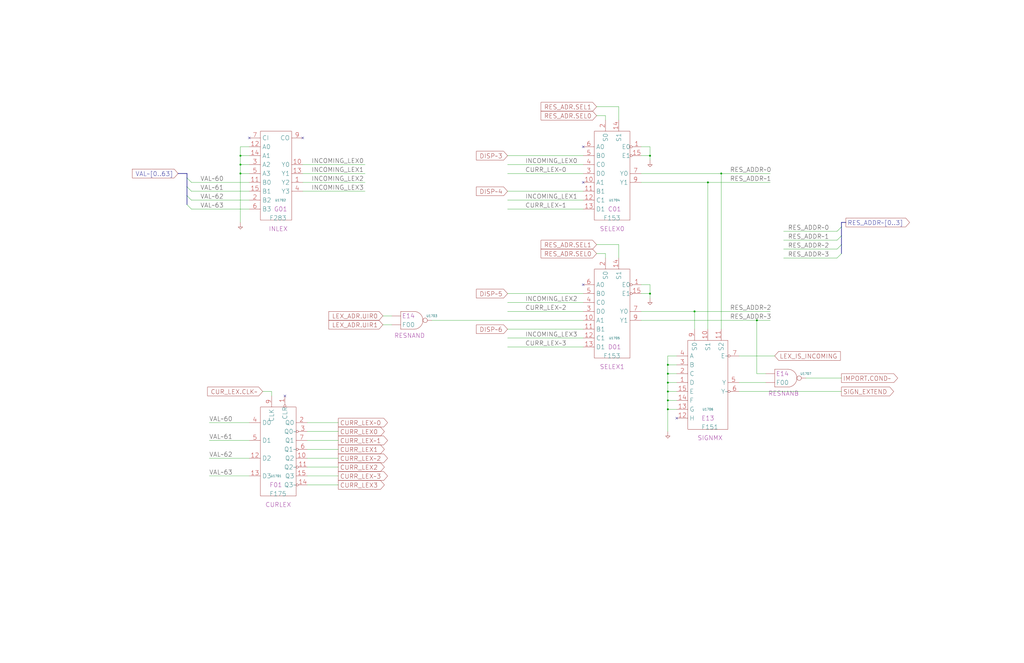
<source format=kicad_sch>
(kicad_sch (version 20230121) (generator eeschema)
  (paper "User" 584.2 378.46)
  (title_block (title "RESOLVE ADDRESS GENERATION") (date "22-MAY-90") (rev "1.0") (comment 1 "SEQUENCER") (comment 2 "232-003064") (comment 3 "S400") (comment 4 "RELEASED"))
  (lib_symbols
    (symbol "r1000:F00" (pin_numbers hide) (pin_names hide)
      (property "Reference" "U" (at 15.24 0 0))
      (property "Value" "F00" (at 1.905 -5.08 0))
      (property "Location" "___" (at 1.905 0 0))
      (property "Name" "______" (at 2.54 -12.7 0))
      (symbol "F00_0_1"
        (polyline (pts (xy -2.54 -7.62) (xy 5.08 -7.62)) (stroke (width 0.1524)))
        (polyline (pts (xy -2.54 2.54) (xy -2.54 -7.62)) (stroke (width 0.1524)))
        (polyline (pts (xy -2.54 2.54) (xy 5.08 2.54)) (stroke (width 0.1524)))
        (arc (start 5.08 -7.62) (mid 10.1282 -2.54) (end 5.08 2.54) (stroke (width 0.1524)))
        (circle (center 11.43 -2.54) (radius 1.27) (stroke (width 0.1524)))
      )
      (symbol "F00_0_2"
        (circle (center -3.81 -5.08) (radius 1.27) (stroke (width 0.1524)))
        (circle (center -3.81 0) (radius 1.27) (stroke (width 0.1524)))
        (arc (start -3.175 -7.62) (mid -2.134 -2.54) (end -3.175 2.54) (stroke (width 0.1524)))
        (polyline (pts (xy -3.175 -7.62) (xy 3.81 -7.62)) (stroke (width 0.1524)))
        (polyline (pts (xy -3.175 2.54) (xy 3.81 2.54)) (stroke (width 0.1524)))
        (arc (start 3.81 -7.62) (mid 7.5855 -5.8306) (end 10.16 -2.54) (stroke (width 0.1524)))
        (arc (start 10.16 -2.54) (mid 7.5827 0.7471) (end 3.81 2.54) (stroke (width 0.1524)))
      )
      (symbol "F00_1_1"
        (pin input line (at -7.62 0 0) (length 5.08) (name "D0") (number "1"))
        (pin input line (at -7.62 -5.08 0) (length 5.08) (name "D1") (number "2"))
        (pin output line (at 15.24 -2.54 180) (length 2.54) (name "Q") (number "3"))
      )
      (symbol "F00_1_2"
        (pin input line (at -7.62 0 0) (length 2.54) (name "D0") (number "1"))
        (pin input line (at -7.62 -5.08 0) (length 2.54) (name "D1") (number "2"))
        (pin output line (at 15.24 -2.54 180) (length 5.08) (name "Q") (number "3"))
      )
    )
    (symbol "r1000:F151" (pin_names (offset 1.016))
      (property "Reference" "U" (at 2.54 5.08 0))
      (property "Value" "F151" (at -1.27 -5.08 0))
      (property "Location" "___" (at -1.27 0 0))
      (property "Name" "______" (at 3.81 -12.7 0))
      (symbol "F151_1_1"
        (rectangle (start -8.89 44.45) (end 13.97 -6.35))
        (circle (center 14.605 15.24) (radius 0.635))
        (circle (center 14.605 35.56) (radius 0.635))
        (pin input line (at -15.24 20.32 0) (length 6.35) (name "D") (number "1"))
        (pin input line (at 2.54 50.8 270) (length 6.35) (name "S1") (number "10"))
        (pin input line (at 10.16 50.8 270) (length 6.35) (name "S2") (number "11"))
        (pin input line (at -15.24 0 0) (length 6.35) (name "H") (number "12"))
        (pin input line (at -15.24 5.08 0) (length 6.35) (name "G") (number "13"))
        (pin input line (at -15.24 10.16 0) (length 6.35) (name "F") (number "14"))
        (pin input line (at -15.24 15.24 0) (length 6.35) (name "E") (number "15"))
        (pin input line (at -15.24 25.4 0) (length 6.35) (name "C") (number "2"))
        (pin input line (at -15.24 30.48 0) (length 6.35) (name "B") (number "3"))
        (pin input line (at -15.24 35.56 0) (length 6.35) (name "A") (number "4"))
        (pin output line (at 20.32 20.32 180) (length 6.35) (name "Y") (number "5"))
        (pin output line (at 20.32 15.24 180) (length 5.08) (name "Y~") (number "6"))
        (pin input line (at 20.32 35.56 180) (length 5.08) (name "E~") (number "7"))
        (pin input line (at -5.08 50.8 270) (length 6.35) (name "S0") (number "9"))
      )
    )
    (symbol "r1000:F153" (pin_names (offset 1.016))
      (property "Reference" "U" (at 2.54 5.08 0))
      (property "Value" "F153" (at -3.81 -5.08 0))
      (property "Location" "___" (at -1.27 0 0))
      (property "Name" "______" (at 1.27 -12.7 0))
      (symbol "F153_1_1"
        (rectangle (start -8.89 44.45) (end 11.43 -6.35))
        (circle (center 12.065 30.48) (radius 0.635))
        (circle (center 12.065 35.56) (radius 0.635))
        (pin input line (at 17.78 35.56 180) (length 5.08) (name "E0") (number "1"))
        (pin input line (at -15.24 15.24 0) (length 6.35) (name "A1") (number "10"))
        (pin input line (at -15.24 10.16 0) (length 6.35) (name "B1") (number "11"))
        (pin input line (at -15.24 5.08 0) (length 6.35) (name "C1") (number "12"))
        (pin input line (at -15.24 0 0) (length 6.35) (name "D1") (number "13"))
        (pin input line (at 5.08 50.8 270) (length 6.35) (name "S1") (number "14"))
        (pin input line (at 17.78 30.48 180) (length 5.08) (name "E1") (number "15"))
        (pin input line (at -2.54 50.8 270) (length 6.35) (name "S0") (number "2"))
        (pin input line (at -15.24 20.32 0) (length 6.35) (name "D0") (number "3"))
        (pin input line (at -15.24 25.4 0) (length 6.35) (name "C0") (number "4"))
        (pin input line (at -15.24 30.48 0) (length 6.35) (name "B0") (number "5"))
        (pin input line (at -15.24 35.56 0) (length 6.35) (name "A0") (number "6"))
        (pin output line (at 17.78 20.32 180) (length 6.35) (name "Y0") (number "7"))
        (pin output line (at 17.78 15.24 180) (length 6.35) (name "Y1") (number "9"))
      )
    )
    (symbol "r1000:F175" (pin_names (offset 1.016))
      (property "Reference" "U" (at 2.54 5.08 0))
      (property "Value" "F175" (at -1.27 -5.08 0))
      (property "Location" "___" (at -1.27 0 0))
      (property "Name" "______" (at 3.81 -12.7 0))
      (symbol "F175_1_1"
        (rectangle (start -6.35 44.45) (end 13.97 -6.35))
        (circle (center 7.62 45.085) (radius 0.635))
        (circle (center 14.605 0) (radius 0.635))
        (circle (center 14.605 10.16) (radius 0.635))
        (circle (center 14.605 20.32) (radius 0.635))
        (circle (center 14.605 30.48) (radius 0.635))
        (pin input line (at 7.62 50.8 270) (length 5.08) (name "CLR") (number "1"))
        (pin output line (at 20.32 15.24 180) (length 6.35) (name "Q2") (number "10"))
        (pin output line (at 20.32 10.16 180) (length 5.08) (name "Q2~") (number "11"))
        (pin input line (at -12.7 15.24 0) (length 6.35) (name "D2") (number "12"))
        (pin input line (at -12.7 5.08 0) (length 6.35) (name "D3") (number "13"))
        (pin output line (at 20.32 0 180) (length 5.08) (name "Q3~") (number "14"))
        (pin output line (at 20.32 5.08 180) (length 6.35) (name "Q3") (number "15"))
        (pin output line (at 20.32 35.56 180) (length 6.35) (name "Q0") (number "2"))
        (pin output line (at 20.32 30.48 180) (length 5.08) (name "Q0~") (number "3"))
        (pin input line (at -12.7 35.56 0) (length 6.35) (name "D0") (number "4"))
        (pin input line (at -12.7 25.4 0) (length 6.35) (name "D1") (number "5"))
        (pin output line (at 20.32 20.32 180) (length 5.08) (name "Q1~") (number "6"))
        (pin output line (at 20.32 25.4 180) (length 6.35) (name "Q1") (number "7"))
        (pin input line (at 0 50.8 270) (length 6.35) (name "CLK") (number "9"))
      )
    )
    (symbol "r1000:F283" (pin_names (offset 1.016))
      (property "Reference" "U" (at 2.54 5.08 0))
      (property "Value" "F283" (at -3.81 -5.08 0))
      (property "Location" "___" (at -1.27 0 0))
      (property "Name" "______" (at 1.27 -12.7 0))
      (symbol "F283_1_1"
        (rectangle (start -8.89 44.45) (end 8.89 -6.35))
        (pin output line (at 15.24 15.24 180) (length 6.35) (name "Y2") (number "1"))
        (pin output line (at 15.24 25.4 180) (length 6.35) (name "Y0") (number "10"))
        (pin input line (at -15.24 15.24 0) (length 6.35) (name "B0") (number "11"))
        (pin input line (at -15.24 35.56 0) (length 6.35) (name "A0") (number "12"))
        (pin output line (at 15.24 20.32 180) (length 6.35) (name "Y1") (number "13"))
        (pin input line (at -15.24 30.48 0) (length 6.35) (name "A1") (number "14"))
        (pin input line (at -15.24 10.16 0) (length 6.35) (name "B1") (number "15"))
        (pin input line (at -15.24 5.08 0) (length 6.35) (name "B2") (number "2"))
        (pin input line (at -15.24 25.4 0) (length 6.35) (name "A2") (number "3"))
        (pin output line (at 15.24 10.16 180) (length 6.35) (name "Y3") (number "4"))
        (pin input line (at -15.24 20.32 0) (length 6.35) (name "A3") (number "5"))
        (pin input line (at -15.24 0 0) (length 6.35) (name "B3") (number "6"))
        (pin input line (at -15.24 40.64 0) (length 6.35) (name "CI") (number "7"))
        (pin output line (at 15.24 40.64 180) (length 6.35) (name "CO") (number "9"))
      )
    )
    (symbol "r1000:PD" (power) (pin_numbers hide) (pin_names hide) (in_bom no)
      (symbol "PD_0_1"
        (polyline (pts (xy 0 -2.54) (xy 1.27 -2.54) (xy 0 -3.81) (xy -1.27 -2.54) (xy 0 -2.54)) (stroke (width 0.1524)))
      )
      (symbol "PD_1_1"
        (pin power_in line (at 0 0 270) (length 2.54) (name "PD") (number "1"))
      )
    )
  )
  (junction (at 381 213.36))
  (junction (at 137.16 99.06))
  (junction (at 137.16 88.9))
  (junction (at 381 233.68))
  (junction (at 431.8 182.88))
  (junction (at 381 228.6))
  (junction (at 381 218.44))
  (junction (at 370.84 88.9))
  (junction (at 370.84 167.64))
  (junction (at 137.16 93.98))
  (junction (at 381 208.28))
  (junction (at 396.24 177.8))
  (junction (at 403.86 104.14))
  (junction (at 381 223.52))
  (junction (at 411.48 99.06))
  (no_connect (at 142.24 78.74))
  (no_connect (at 332.74 104.14))
  (no_connect (at 386.08 238.76))
  (no_connect (at 162.56 226.06))
  (no_connect (at 332.74 162.56))
  (no_connect (at 172.72 78.74))
  (no_connect (at 332.74 83.82))
  (bus_entry (at 480.06 129.54) (size -2.54 2.54))
  (bus_entry (at 106.68 101.6) (size 2.54 2.54))
  (bus_entry (at 106.68 111.76) (size 2.54 2.54))
  (bus_entry (at 106.68 116.84) (size 2.54 2.54))
  (bus_entry (at 480.06 134.62) (size -2.54 2.54))
  (bus_entry (at 480.06 139.7) (size -2.54 2.54))
  (bus_entry (at 106.68 106.68) (size 2.54 2.54))
  (bus_entry (at 480.06 144.78) (size -2.54 2.54))
  (wire (pts (xy 345.44 66.04) (xy 345.44 68.58)))
  (wire (pts (xy 370.84 83.82) (xy 370.84 88.9)))
  (bus (pts (xy 106.68 101.6) (xy 106.68 99.06)))
  (wire (pts (xy 365.76 162.56) (xy 370.84 162.56)))
  (bus (pts (xy 106.68 99.06) (xy 101.6 99.06)))
  (wire (pts (xy 289.56 187.96) (xy 332.74 187.96)))
  (wire (pts (xy 365.76 83.82) (xy 370.84 83.82)))
  (wire (pts (xy 175.26 261.62) (xy 193.04 261.62)))
  (bus (pts (xy 480.06 139.7) (xy 480.06 144.78)))
  (wire (pts (xy 109.22 109.22) (xy 142.24 109.22)))
  (wire (pts (xy 109.22 119.38) (xy 142.24 119.38)))
  (wire (pts (xy 381 228.6) (xy 386.08 228.6)))
  (wire (pts (xy 381 208.28) (xy 386.08 208.28)))
  (wire (pts (xy 119.38 261.62) (xy 142.24 261.62)))
  (wire (pts (xy 246.38 182.88) (xy 332.74 182.88)))
  (wire (pts (xy 175.26 276.86) (xy 193.04 276.86)))
  (wire (pts (xy 431.8 182.88) (xy 431.8 213.36)))
  (wire (pts (xy 175.26 246.38) (xy 193.04 246.38)))
  (wire (pts (xy 172.72 99.06) (xy 208.28 99.06)))
  (wire (pts (xy 447.04 147.32) (xy 477.52 147.32)))
  (wire (pts (xy 381 213.36) (xy 386.08 213.36)))
  (wire (pts (xy 365.76 167.64) (xy 370.84 167.64)))
  (wire (pts (xy 289.56 198.12) (xy 332.74 198.12)))
  (wire (pts (xy 459.74 215.9) (xy 480.06 215.9)))
  (wire (pts (xy 421.64 218.44) (xy 436.88 218.44)))
  (wire (pts (xy 353.06 60.96) (xy 353.06 68.58)))
  (wire (pts (xy 370.84 88.9) (xy 370.84 91.44)))
  (bus (pts (xy 106.68 116.84) (xy 106.68 111.76)))
  (wire (pts (xy 119.38 271.78) (xy 142.24 271.78)))
  (wire (pts (xy 396.24 177.8) (xy 396.24 187.96)))
  (wire (pts (xy 137.16 83.82) (xy 137.16 88.9)))
  (wire (pts (xy 345.44 144.78) (xy 345.44 147.32)))
  (wire (pts (xy 218.44 185.42) (xy 223.52 185.42)))
  (bus (pts (xy 106.68 106.68) (xy 106.68 101.6)))
  (wire (pts (xy 137.16 88.9) (xy 137.16 93.98)))
  (wire (pts (xy 289.56 109.22) (xy 332.74 109.22)))
  (wire (pts (xy 447.04 137.16) (xy 477.52 137.16)))
  (wire (pts (xy 340.36 139.7) (xy 353.06 139.7)))
  (wire (pts (xy 137.16 127) (xy 137.16 99.06)))
  (wire (pts (xy 403.86 104.14) (xy 439.42 104.14)))
  (wire (pts (xy 421.64 223.52) (xy 480.06 223.52)))
  (bus (pts (xy 480.06 129.54) (xy 480.06 134.62)))
  (wire (pts (xy 109.22 104.14) (xy 142.24 104.14)))
  (wire (pts (xy 289.56 172.72) (xy 332.74 172.72)))
  (wire (pts (xy 340.36 144.78) (xy 345.44 144.78)))
  (wire (pts (xy 154.94 226.06) (xy 154.94 223.52)))
  (bus (pts (xy 106.68 111.76) (xy 106.68 106.68)))
  (wire (pts (xy 289.56 99.06) (xy 332.74 99.06)))
  (wire (pts (xy 386.08 203.2) (xy 381 203.2)))
  (wire (pts (xy 381 208.28) (xy 381 213.36)))
  (wire (pts (xy 381 218.44) (xy 381 223.52)))
  (wire (pts (xy 142.24 83.82) (xy 137.16 83.82)))
  (wire (pts (xy 370.84 162.56) (xy 370.84 167.64)))
  (wire (pts (xy 411.48 99.06) (xy 411.48 187.96)))
  (wire (pts (xy 289.56 119.38) (xy 332.74 119.38)))
  (wire (pts (xy 137.16 99.06) (xy 142.24 99.06)))
  (wire (pts (xy 381 233.68) (xy 386.08 233.68)))
  (wire (pts (xy 431.8 213.36) (xy 436.88 213.36)))
  (wire (pts (xy 172.72 93.98) (xy 208.28 93.98)))
  (wire (pts (xy 119.38 251.46) (xy 142.24 251.46)))
  (wire (pts (xy 175.26 271.78) (xy 193.04 271.78)))
  (wire (pts (xy 172.72 104.14) (xy 208.28 104.14)))
  (wire (pts (xy 289.56 167.64) (xy 332.74 167.64)))
  (wire (pts (xy 289.56 88.9) (xy 332.74 88.9)))
  (wire (pts (xy 381 246.38) (xy 381 233.68)))
  (bus (pts (xy 480.06 127) (xy 480.06 129.54)))
  (wire (pts (xy 396.24 177.8) (xy 439.42 177.8)))
  (wire (pts (xy 381 218.44) (xy 386.08 218.44)))
  (wire (pts (xy 365.76 177.8) (xy 396.24 177.8)))
  (bus (pts (xy 482.6 127) (xy 480.06 127)))
  (wire (pts (xy 381 213.36) (xy 381 218.44)))
  (wire (pts (xy 381 228.6) (xy 381 233.68)))
  (wire (pts (xy 289.56 93.98) (xy 332.74 93.98)))
  (wire (pts (xy 411.48 99.06) (xy 439.42 99.06)))
  (bus (pts (xy 480.06 134.62) (xy 480.06 139.7)))
  (wire (pts (xy 381 203.2) (xy 381 208.28)))
  (wire (pts (xy 447.04 132.08) (xy 477.52 132.08)))
  (wire (pts (xy 175.26 266.7) (xy 193.04 266.7)))
  (wire (pts (xy 365.76 104.14) (xy 403.86 104.14)))
  (wire (pts (xy 119.38 241.3) (xy 142.24 241.3)))
  (wire (pts (xy 365.76 99.06) (xy 411.48 99.06)))
  (wire (pts (xy 365.76 182.88) (xy 431.8 182.88)))
  (wire (pts (xy 381 223.52) (xy 381 228.6)))
  (wire (pts (xy 447.04 142.24) (xy 477.52 142.24)))
  (wire (pts (xy 403.86 104.14) (xy 403.86 187.96)))
  (wire (pts (xy 381 223.52) (xy 386.08 223.52)))
  (wire (pts (xy 137.16 93.98) (xy 137.16 99.06)))
  (wire (pts (xy 149.86 223.52) (xy 154.94 223.52)))
  (wire (pts (xy 137.16 88.9) (xy 142.24 88.9)))
  (wire (pts (xy 421.64 203.2) (xy 441.96 203.2)))
  (wire (pts (xy 109.22 114.3) (xy 142.24 114.3)))
  (wire (pts (xy 218.44 180.34) (xy 223.52 180.34)))
  (wire (pts (xy 353.06 139.7) (xy 353.06 147.32)))
  (wire (pts (xy 365.76 88.9) (xy 370.84 88.9)))
  (wire (pts (xy 172.72 109.22) (xy 208.28 109.22)))
  (wire (pts (xy 175.26 251.46) (xy 193.04 251.46)))
  (wire (pts (xy 175.26 241.3) (xy 193.04 241.3)))
  (wire (pts (xy 431.8 182.88) (xy 439.42 182.88)))
  (wire (pts (xy 289.56 193.04) (xy 332.74 193.04)))
  (wire (pts (xy 340.36 66.04) (xy 345.44 66.04)))
  (wire (pts (xy 289.56 177.8) (xy 332.74 177.8)))
  (wire (pts (xy 370.84 167.64) (xy 370.84 170.18)))
  (wire (pts (xy 175.26 256.54) (xy 193.04 256.54)))
  (wire (pts (xy 289.56 114.3) (xy 332.74 114.3)))
  (wire (pts (xy 340.36 60.96) (xy 353.06 60.96)))
  (wire (pts (xy 137.16 93.98) (xy 142.24 93.98)))
  (label "RES_ADDR~3" (at 416.56 182.88 0) (effects (font (size 2.54 2.54))))
  (label "VAL~61" (at 119.38 251.46 0) (effects (font (size 2.54 2.54))))
  (label "CURR_LEX~2" (at 299.72 177.8 0) (effects (font (size 2.54 2.54))))
  (label "VAL~60" (at 114.3 104.14 0) (effects (font (size 2.54 2.54))))
  (label "CURR_LEX~0" (at 299.72 99.06 0) (effects (font (size 2.54 2.54))))
  (label "INCOMING_LEX3" (at 177.8 109.22 0) (effects (font (size 2.54 2.54))))
  (label "RES_ADDR~2" (at 449.58 142.24 0) (effects (font (size 2.54 2.54))))
  (label "RES_ADDR~1" (at 449.58 137.16 0) (effects (font (size 2.54 2.54))))
  (label "INCOMING_LEX2" (at 177.8 104.14 0) (effects (font (size 2.54 2.54))))
  (label "RES_ADDR~3" (at 449.58 147.32 0) (effects (font (size 2.54 2.54))))
  (label "RES_ADDR~1" (at 416.56 104.14 0) (effects (font (size 2.54 2.54))))
  (label "INCOMING_LEX2" (at 299.72 172.72 0) (effects (font (size 2.54 2.54))))
  (label "VAL~63" (at 114.3 119.38 0) (effects (font (size 2.54 2.54))))
  (label "INCOMING_LEX1" (at 299.72 114.3 0) (effects (font (size 2.54 2.54))))
  (label "RES_ADDR~0" (at 416.56 99.06 0) (effects (font (size 2.54 2.54))))
  (label "CURR_LEX~1" (at 299.72 119.38 0) (effects (font (size 2.54 2.54))))
  (label "INCOMING_LEX3" (at 299.72 193.04 0) (effects (font (size 2.54 2.54))))
  (label "CURR_LEX~3" (at 299.72 198.12 0) (effects (font (size 2.54 2.54))))
  (label "INCOMING_LEX0" (at 177.8 93.98 0) (effects (font (size 2.54 2.54))))
  (label "VAL~62" (at 114.3 114.3 0) (effects (font (size 2.54 2.54))))
  (label "VAL~60" (at 119.38 241.3 0) (effects (font (size 2.54 2.54))))
  (label "VAL~61" (at 114.3 109.22 0) (effects (font (size 2.54 2.54))))
  (label "VAL~62" (at 119.38 261.62 0) (effects (font (size 2.54 2.54))))
  (label "INCOMING_LEX0" (at 299.72 93.98 0) (effects (font (size 2.54 2.54))))
  (label "RES_ADDR~0" (at 449.58 132.08 0) (effects (font (size 2.54 2.54))))
  (label "INCOMING_LEX1" (at 177.8 99.06 0) (effects (font (size 2.54 2.54))))
  (label "RES_ADDR~2" (at 416.56 177.8 0) (effects (font (size 2.54 2.54))))
  (label "VAL~63" (at 119.38 271.78 0) (effects (font (size 2.54 2.54))))
  (global_label "DISP~3" (shape input) (at 289.56 88.9 180) (effects (font (size 2.54 2.54))) (property "Intersheetrefs" "${INTERSHEET_REFS}" (at 271.7921 88.7413 0) (effects (font (size 1.905 1.905)) (justify right))))
  (global_label "VAL~[0..63]" (shape input) (at 101.6 99.06 180) (effects (font (size 2.54 2.54))) (property "Intersheetrefs" "${INTERSHEET_REFS}" (at 74.3117 99.06 0) (effects (justify right))))
  (global_label "LEX_ADR.UIR0" (shape input) (at 218.44 180.34 180) (effects (font (size 2.54 2.54))) (property "Intersheetrefs" "${INTERSHEET_REFS}" (at 187.6092 180.1813 0) (effects (font (size 1.905 1.905)) (justify right))))
  (global_label "RES_ADR.SEL1" (shape input) (at 340.36 60.96 180) (effects (font (size 2.54 2.54))) (property "Intersheetrefs" "${INTERSHEET_REFS}" (at 308.6826 60.8013 0) (effects (font (size 1.905 1.905)) (justify right))))
  (global_label "IMPORT.COND~" (shape output) (at 480.06 215.9 0) (effects (font (size 2.54 2.54))) (property "Intersheetrefs" "${INTERSHEET_REFS}" (at 512.1003 215.7413 0) (effects (font (size 1.905 1.905)) (justify left))))
  (global_label "SIGN_EXTEND" (shape output) (at 480.06 223.52 0) (effects (font (size 2.54 2.54))) (property "Intersheetrefs" "${INTERSHEET_REFS}" (at 509.8022 223.3613 0) (effects (font (size 1.905 1.905)) (justify left))))
  (global_label "CURR_LEX1" (shape output) (at 193.04 256.54 0) (effects (font (size 2.54 2.54))) (property "Intersheetrefs" "${INTERSHEET_REFS}" (at 219.2746 256.3813 0) (effects (font (size 1.905 1.905)) (justify left))))
  (global_label "RES_ADR.SEL0" (shape input) (at 340.36 144.78 180) (effects (font (size 2.54 2.54))) (property "Intersheetrefs" "${INTERSHEET_REFS}" (at 308.6826 144.6213 0) (effects (font (size 1.905 1.905)) (justify right))))
  (global_label "CURR_LEX~0" (shape output) (at 193.04 241.3 0) (effects (font (size 2.54 2.54))) (property "Intersheetrefs" "${INTERSHEET_REFS}" (at 221.0889 241.1413 0) (effects (font (size 1.905 1.905)) (justify left))))
  (global_label "RES_ADDR~[0..3]" (shape output) (at 482.6 127 0) (effects (font (size 2.54 2.54))) (property "Intersheetrefs" "${INTERSHEET_REFS}" (at 520.0483 127 0) (effects (font (size 1.905 1.905)) (justify left))))
  (global_label "CURR_LEX~1" (shape output) (at 193.04 251.46 0) (effects (font (size 2.54 2.54))) (property "Intersheetrefs" "${INTERSHEET_REFS}" (at 221.0889 251.3013 0) (effects (font (size 1.905 1.905)) (justify left))))
  (global_label "DISP~6" (shape input) (at 289.56 187.96 180) (effects (font (size 2.54 2.54))) (property "Intersheetrefs" "${INTERSHEET_REFS}" (at 271.7921 187.8013 0) (effects (font (size 1.905 1.905)) (justify right))))
  (global_label "CURR_LEX2" (shape output) (at 193.04 266.7 0) (effects (font (size 2.54 2.54))) (property "Intersheetrefs" "${INTERSHEET_REFS}" (at 219.2746 266.5413 0) (effects (font (size 1.905 1.905)) (justify left))))
  (global_label "RES_ADR.SEL0" (shape input) (at 340.36 66.04 180) (effects (font (size 2.54 2.54))) (property "Intersheetrefs" "${INTERSHEET_REFS}" (at 308.6826 65.8813 0) (effects (font (size 1.905 1.905)) (justify right))))
  (global_label "CURR_LEX~3" (shape output) (at 193.04 271.78 0) (effects (font (size 2.54 2.54))) (property "Intersheetrefs" "${INTERSHEET_REFS}" (at 221.0889 271.6213 0) (effects (font (size 1.905 1.905)) (justify left))))
  (global_label "LEX_IS_INCOMING" (shape input) (at 441.96 203.2 0) (effects (font (size 2.54 2.54))) (property "Intersheetrefs" "${INTERSHEET_REFS}" (at 479.4431 203.0413 0) (effects (font (size 1.905 1.905)) (justify left))))
  (global_label "LEX_ADR.UIR1" (shape input) (at 218.44 185.42 180) (effects (font (size 2.54 2.54))) (property "Intersheetrefs" "${INTERSHEET_REFS}" (at 187.6092 185.2613 0) (effects (font (size 1.905 1.905)) (justify right))))
  (global_label "RES_ADR.SEL1" (shape input) (at 340.36 139.7 180) (effects (font (size 2.54 2.54))) (property "Intersheetrefs" "${INTERSHEET_REFS}" (at 308.6826 139.5413 0) (effects (font (size 1.905 1.905)) (justify right))))
  (global_label "DISP~4" (shape input) (at 289.56 109.22 180) (effects (font (size 2.54 2.54))) (property "Intersheetrefs" "${INTERSHEET_REFS}" (at 271.7921 109.0613 0) (effects (font (size 1.905 1.905)) (justify right))))
  (global_label "CURR_LEX3" (shape output) (at 193.04 276.86 0) (effects (font (size 2.54 2.54))) (property "Intersheetrefs" "${INTERSHEET_REFS}" (at 219.2746 276.7013 0) (effects (font (size 1.905 1.905)) (justify left))))
  (global_label "CUR_LEX.CLK~" (shape input) (at 149.86 223.52 180) (effects (font (size 2.54 2.54))) (property "Intersheetrefs" "${INTERSHEET_REFS}" (at 118.4245 223.3613 0) (effects (font (size 1.905 1.905)) (justify right))))
  (global_label "CURR_LEX~2" (shape output) (at 193.04 261.62 0) (effects (font (size 2.54 2.54))) (property "Intersheetrefs" "${INTERSHEET_REFS}" (at 221.0889 261.4613 0) (effects (font (size 1.905 1.905)) (justify left))))
  (global_label "DISP~5" (shape input) (at 289.56 167.64 180) (effects (font (size 2.54 2.54))) (property "Intersheetrefs" "${INTERSHEET_REFS}" (at 271.7921 167.4813 0) (effects (font (size 1.905 1.905)) (justify right))))
  (global_label "CURR_LEX0" (shape output) (at 193.04 246.38 0) (effects (font (size 2.54 2.54))) (property "Intersheetrefs" "${INTERSHEET_REFS}" (at 219.2746 246.2213 0) (effects (font (size 1.905 1.905)) (justify left))))
  (symbol (lib_id "r1000:F283") (at 157.48 119.38 0) (unit 1)
    (property "Reference" "U1702" (at 160.02 114.3 0))
    (property "Value" "F283" (at 153.67 124.46 0) (effects (font (size 2.54 2.54)) (justify left)))
    (property "Location" "G01" (at 156.21 119.38 0) (effects (font (size 2.54 2.54)) (justify left)))
    (property "Name" "INLEX" (at 158.75 132.08 0) (effects (font (size 2.54 2.54)) (justify bottom)))
  )
  (symbol (lib_id "r1000:PD") (at 381 246.38 0) (unit 1) (in_bom no)
    (property "Reference" "#PWR01706" (effects hide))
    (property "Value" "PD" (effects hide))
  )
  (symbol (lib_id "r1000:PD") (at 137.16 127 0) (unit 1) (in_bom no)
    (property "Reference" "#PWR01702" (effects hide))
    (property "Value" "PD" (effects hide))
  )
  (symbol (lib_id "r1000:PD") (at 370.84 91.44 0) (unit 1) (in_bom no)
    (property "Reference" "#PWR0601" (effects hide))
    (property "Value" "PD" (effects hide))
  )
  (symbol (lib_id "r1000:F153") (at 347.98 119.38 0) (unit 1)
    (property "Reference" "U1704" (at 350.52 114.3 0))
    (property "Value" "F153" (at 344.17 124.46 0) (effects (font (size 2.54 2.54)) (justify left)))
    (property "Location" "C01" (at 346.71 119.38 0) (effects (font (size 2.54 2.54)) (justify left)))
    (property "Name" "SELEX0" (at 349.25 132.08 0) (effects (font (size 2.54 2.54)) (justify bottom)))
  )
  (symbol (lib_id "r1000:F151") (at 401.32 238.76 0) (unit 1)
    (property "Reference" "U1706" (at 403.86 233.68 0))
    (property "Value" "F151" (at 400.05 243.84 0) (effects (font (size 2.54 2.54)) (justify left)))
    (property "Location" "E13" (at 400.05 238.76 0) (effects (font (size 2.54 2.54)) (justify left)))
    (property "Name" "SIGNMX" (at 405.13 251.46 0) (effects (font (size 2.54 2.54)) (justify bottom)))
  )
  (symbol (lib_id "r1000:PD") (at 370.84 170.18 0) (unit 1) (in_bom no)
    (property "Reference" "#PWR01704" (effects hide))
    (property "Value" "PD" (effects hide))
  )
  (symbol (lib_id "r1000:F153") (at 347.98 198.12 0) (unit 1)
    (property "Reference" "U1705" (at 350.52 193.04 0))
    (property "Value" "F153" (at 344.17 203.2 0) (effects (font (size 2.54 2.54)) (justify left)))
    (property "Location" "D01" (at 346.71 198.12 0) (effects (font (size 2.54 2.54)) (justify left)))
    (property "Name" "SELEX1" (at 349.25 210.82 0) (effects (font (size 2.54 2.54)) (justify bottom)))
  )
  (symbol (lib_id "r1000:F00") (at 231.14 180.34 0) (unit 1)
    (property "Reference" "U1703" (at 246.38 180.34 0))
    (property "Value" "F00" (at 233.045 185.42 0) (effects (font (size 2.54 2.54))))
    (property "Location" "E14" (at 233.045 180.34 0) (effects (font (size 2.54 2.54))))
    (property "Name" "RESNAND" (at 233.68 193.04 0) (effects (font (size 2.54 2.54)) (justify bottom)))
  )
  (symbol (lib_id "r1000:F00") (at 444.5 213.36 0) (unit 1)
    (property "Reference" "U1707" (at 459.74 213.36 0))
    (property "Value" "F00" (at 446.405 218.44 0) (effects (font (size 2.54 2.54))))
    (property "Location" "E14" (at 446.405 213.36 0) (effects (font (size 2.54 2.54))))
    (property "Name" "RESNANB" (at 447.04 226.06 0) (effects (font (size 2.54 2.54)) (justify bottom)))
  )
  (symbol (lib_id "r1000:F175") (at 154.94 276.86 0) (unit 1)
    (property "Reference" "U1701" (at 157.48 271.78 0))
    (property "Value" "F175" (at 153.67 281.94 0) (effects (font (size 2.54 2.54)) (justify left)))
    (property "Location" "F01" (at 153.67 276.86 0) (effects (font (size 2.54 2.54)) (justify left)))
    (property "Name" "CURLEX" (at 158.75 289.56 0) (effects (font (size 2.54 2.54)) (justify bottom)))
  )
)
</source>
